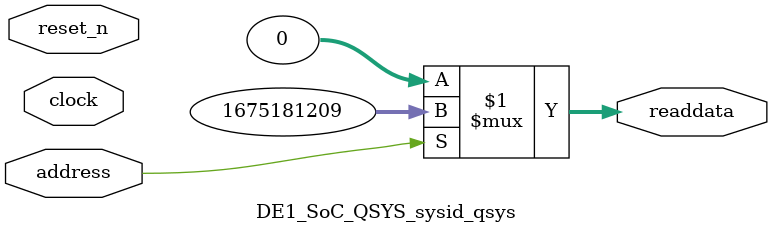
<source format=v>



// synthesis translate_off
`timescale 1ns / 1ps
// synthesis translate_on

// turn off superfluous verilog processor warnings 
// altera message_level Level1 
// altera message_off 10034 10035 10036 10037 10230 10240 10030 

module DE1_SoC_QSYS_sysid_qsys (
               // inputs:
                address,
                clock,
                reset_n,

               // outputs:
                readdata
             )
;

  output  [ 31: 0] readdata;
  input            address;
  input            clock;
  input            reset_n;

  wire    [ 31: 0] readdata;
  //control_slave, which is an e_avalon_slave
  assign readdata = address ? 1675181209 : 0;

endmodule



</source>
